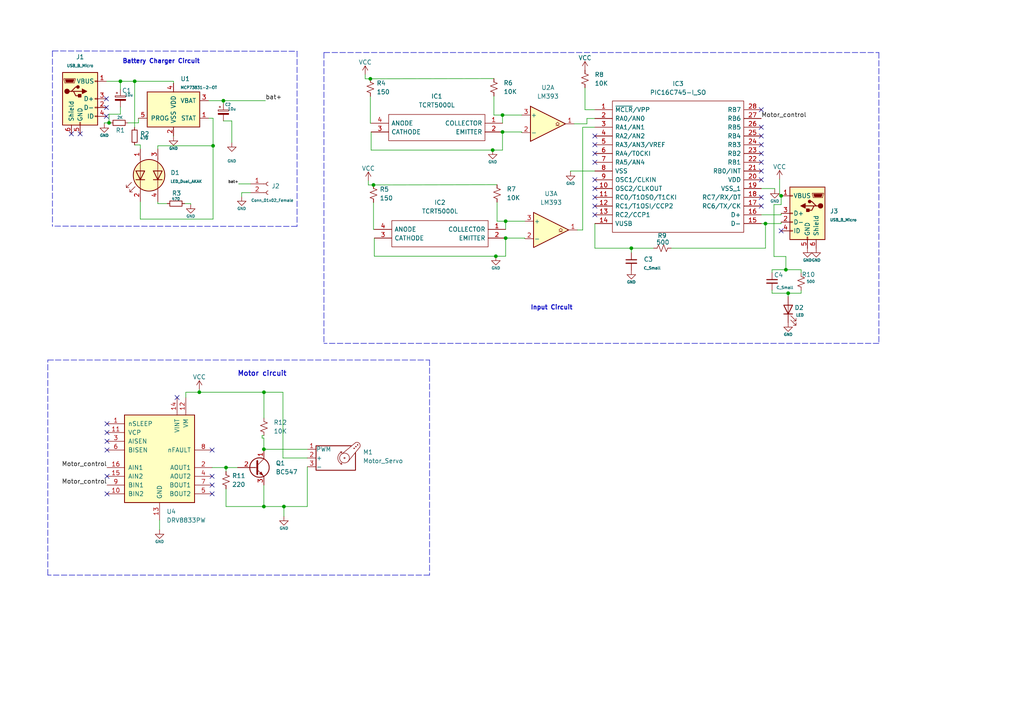
<source format=kicad_sch>
(kicad_sch (version 20211123) (generator eeschema)
  (paper "A4")
  (title_block (title "Smart Tap") (company "Beyond Grades") (comment 1 "Designed by: Elizabeth Musanga"))
  (lib_symbols
    (symbol "Battery_Management:MCP73831-2-OT" (pin_names (offset 1.016))
      (property "Reference" "U" (at -7.62 6.35 0))
      (property "Value" "MCP73831-2-OT" (at 1.27 6.35 0))
      (symbol "MCP73831-2-OT_0_1"
        (rectangle (start -7.62 5.08) (end 7.62 -5.08) (stroke (width 0.254)) (fill (type background)))
      )
      (symbol "MCP73831-2-OT_1_1"
        (pin output line (at 10.16 -2.54 180) (length 2.54) (name "STAT") (number "1"))
        (pin power_in line (at 0 -7.62 90) (length 2.54) (name "VSS") (number "2"))
        (pin power_out line (at 10.16 2.54 180) (length 2.54) (name "VBAT") (number "3"))
        (pin power_in line (at 0 7.62 270) (length 2.54) (name "VDD") (number "4"))
        (pin input line (at -10.16 -2.54 0) (length 2.54) (name "PROG") (number "5"))
      )
    )
    (symbol "Comparator:LM393" (pin_names (offset 0.127))
      (property "Reference" "U" (at 3.81 3.81 0))
      (property "Value" "LM393" (at 6.35 -3.81 0))
      (symbol "LM393_1_1"
        (polyline (pts (xy -5.08 5.08) (xy 5.08 0) (xy -5.08 -5.08) (xy -5.08 5.08)) (stroke (width 0.254)) (fill (type background)))
        (polyline (pts (xy 3.302 -0.508) (xy 2.794 -0.508) (xy 3.302 0) (xy 2.794 0.508) (xy 2.286 0) (xy 2.794 -0.508) (xy 2.286 -0.508)) (stroke (width 0.127)))
        (pin open_collector line (at 7.62 0 180) (length 2.54) (name "~") (number "1"))
        (pin input line (at -7.62 -2.54 0) (length 2.54) (name "-") (number "2"))
        (pin input line (at -7.62 2.54 0) (length 2.54) (name "+") (number "3"))
      )
      (symbol "LM393_2_1"
        (polyline (pts (xy -5.08 5.08) (xy 5.08 0) (xy -5.08 -5.08) (xy -5.08 5.08)) (stroke (width 0.254)) (fill (type background)))
        (polyline (pts (xy 3.302 -0.508) (xy 2.794 -0.508) (xy 3.302 0) (xy 2.794 0.508) (xy 2.286 0) (xy 2.794 -0.508) (xy 2.286 -0.508)) (stroke (width 0.127)))
        (pin input line (at -7.62 2.54 0) (length 2.54) (name "+") (number "5"))
        (pin input line (at -7.62 -2.54 0) (length 2.54) (name "_") (number "6"))
        (pin open_collector line (at 7.62 0 180) (length 2.54) (name "~") (number "7"))
      )
      (symbol "LM393_3_1"
        (pin power_in line (at -2.54 -7.62 90) (length 3.81) (name "V-") (number "4"))
        (pin power_in line (at -2.54 7.62 270) (length 3.81) (name "V+") (number "8"))
      )
    )
    (symbol "Connector:Conn_01x02_Female" (pin_names (offset 1.016) hide)
      (property "Reference" "J" (at 0 2.54 0))
      (property "Value" "Conn_01x02_Female" (at 0 -5.08 0))
      (symbol "Conn_01x02_Female_1_1"
        (arc (start 0 -2.032) (mid -0.508 -2.54) (end 0 -3.048) (stroke (width 0.1524)))
        (polyline (pts (xy -1.27 -2.54) (xy -0.508 -2.54)) (stroke (width 0.1524)))
        (polyline (pts (xy -1.27 0) (xy -0.508 0)) (stroke (width 0.1524)))
        (arc (start 0 0.508) (mid -0.508 0) (end 0 -0.508) (stroke (width 0.1524)))
        (pin passive line (at -5.08 0 0) (length 3.81) (name "Pin_1") (number "1"))
        (pin passive line (at -5.08 -2.54 0) (length 3.81) (name "Pin_2") (number "2"))
      )
    )
    (symbol "Connector:USB_B_Micro" (pin_names (offset 1.016))
      (property "Reference" "J" (at -5.08 11.43 0))
      (property "Value" "USB_B_Micro" (at -5.08 8.89 0))
      (symbol "USB_B_Micro_0_1"
        (rectangle (start -5.08 -7.62) (end 5.08 7.62) (stroke (width 0.254)) (fill (type background)))
        (circle (center -3.81 2.159) (radius 0.635) (stroke (width 0.254)) (fill (type outline)))
        (circle (center -0.635 3.429) (radius 0.381) (stroke (width 0.254)) (fill (type outline)))
        (rectangle (start -0.127 -7.62) (end 0.127 -6.858))
        (polyline (pts (xy -1.905 2.159) (xy 0.635 2.159)) (stroke (width 0.254)))
        (polyline (pts (xy -3.175 2.159) (xy -2.54 2.159) (xy -1.27 3.429) (xy -0.635 3.429)) (stroke (width 0.254)))
        (polyline (pts (xy -2.54 2.159) (xy -1.905 2.159) (xy -1.27 0.889) (xy 0 0.889)) (stroke (width 0.254)))
        (polyline (pts (xy 0.635 2.794) (xy 0.635 1.524) (xy 1.905 2.159) (xy 0.635 2.794)) (stroke (width 0.254)) (fill (type outline)))
        (polyline (pts (xy -4.318 5.588) (xy -1.778 5.588) (xy -2.032 4.826) (xy -4.064 4.826) (xy -4.318 5.588)) (fill (type outline)))
        (polyline (pts (xy -4.699 5.842) (xy -4.699 5.588) (xy -4.445 4.826) (xy -4.445 4.572) (xy -1.651 4.572) (xy -1.651 4.826) (xy -1.397 5.588) (xy -1.397 5.842) (xy -4.699 5.842)))
        (rectangle (start 0.254 1.27) (end -0.508 0.508) (stroke (width 0.254)) (fill (type outline)))
        (rectangle (start 5.08 -5.207) (end 4.318 -4.953))
        (rectangle (start 5.08 -2.667) (end 4.318 -2.413))
        (rectangle (start 5.08 -0.127) (end 4.318 0.127))
        (rectangle (start 5.08 4.953) (end 4.318 5.207))
      )
      (symbol "USB_B_Micro_1_1"
        (pin power_out line (at 7.62 5.08 180) (length 2.54) (name "VBUS") (number "1"))
        (pin bidirectional line (at 7.62 -2.54 180) (length 2.54) (name "D-") (number "2"))
        (pin bidirectional line (at 7.62 0 180) (length 2.54) (name "D+") (number "3"))
        (pin passive line (at 7.62 -5.08 180) (length 2.54) (name "ID") (number "4"))
        (pin power_out line (at 0 -10.16 90) (length 2.54) (name "GND") (number "5"))
        (pin passive line (at -2.54 -10.16 90) (length 2.54) (name "Shield") (number "6"))
      )
    )
    (symbol "Device:C_Polarized_Small" (pin_numbers hide) (pin_names (offset 0.254) hide)
      (property "Reference" "C" (at 0.254 1.778 0))
      (property "Value" "C_Polarized_Small" (at 0.254 -2.032 0))
      (symbol "C_Polarized_Small_0_1"
        (rectangle (start -1.524 -0.3048) (end 1.524 -0.6858) (fill (type outline)))
        (rectangle (start -1.524 0.6858) (end 1.524 0.3048))
        (polyline (pts (xy -1.27 1.524) (xy -0.762 1.524)))
        (polyline (pts (xy -1.016 1.27) (xy -1.016 1.778)))
      )
      (symbol "C_Polarized_Small_1_1"
        (pin passive line (at 0 2.54 270) (length 1.8542) (name "~") (number "1"))
        (pin passive line (at 0 -2.54 90) (length 1.8542) (name "~") (number "2"))
      )
    )
    (symbol "Device:C_Small" (pin_numbers hide) (pin_names (offset 0.254) hide)
      (property "Reference" "C" (at 0.254 1.778 0))
      (property "Value" "C_Small" (at 0.254 -2.032 0))
      (symbol "C_Small_0_1"
        (polyline (pts (xy -1.524 -0.508) (xy 1.524 -0.508)) (stroke (width 0.3302)))
        (polyline (pts (xy -1.524 0.508) (xy 1.524 0.508)) (stroke (width 0.3048)))
      )
      (symbol "C_Small_1_1"
        (pin passive line (at 0 2.54 270) (length 2.032) (name "~") (number "1"))
        (pin passive line (at 0 -2.54 90) (length 2.032) (name "~") (number "2"))
      )
    )
    (symbol "Device:LED" (pin_numbers hide) (pin_names (offset 1.016) hide)
      (property "Reference" "D" (at 0 2.54 0))
      (property "Value" "LED" (at 0 -2.54 0))
      (symbol "LED_0_1"
        (polyline (pts (xy -1.27 -1.27) (xy -1.27 1.27)) (stroke (width 0.254)))
        (polyline (pts (xy -1.27 0) (xy 1.27 0)))
        (polyline (pts (xy 1.27 -1.27) (xy 1.27 1.27) (xy -1.27 0) (xy 1.27 -1.27)) (stroke (width 0.254)))
        (polyline (pts (xy -3.048 -0.762) (xy -4.572 -2.286) (xy -3.81 -2.286) (xy -4.572 -2.286) (xy -4.572 -1.524)))
        (polyline (pts (xy -1.778 -0.762) (xy -3.302 -2.286) (xy -2.54 -2.286) (xy -3.302 -2.286) (xy -3.302 -1.524)))
      )
      (symbol "LED_1_1"
        (pin passive line (at -3.81 0 0) (length 2.54) (name "K") (number "1"))
        (pin passive line (at 3.81 0 180) (length 2.54) (name "A") (number "2"))
      )
    )
    (symbol "Device:LED_Dual_AKAK" (pin_names (offset 0) hide)
      (property "Reference" "D" (at 0 5.715 0))
      (property "Value" "LED_Dual_AKAK" (at 0 -6.35 0))
      (symbol "LED_Dual_AKAK_0_1"
        (polyline (pts (xy -5.08 -2.54) (xy 2.032 -2.54)))
        (polyline (pts (xy -5.08 2.54) (xy 2.032 2.54)))
        (polyline (pts (xy 1.27 -1.27) (xy 1.27 -3.81)) (stroke (width 0.254)))
        (polyline (pts (xy 1.27 3.81) (xy 1.27 1.27)) (stroke (width 0.254)))
        (polyline (pts (xy 3.81 -2.54) (xy 1.905 -2.54)))
        (polyline (pts (xy 3.81 2.54) (xy 1.905 2.54)))
        (polyline (pts (xy -1.27 -1.27) (xy -1.27 -3.81) (xy 1.27 -2.54) (xy -1.27 -1.27)) (stroke (width 0.254)))
        (polyline (pts (xy -1.27 3.81) (xy -1.27 1.27) (xy 1.27 2.54) (xy -1.27 3.81)) (stroke (width 0.254)))
        (polyline (pts (xy 2.032 5.08) (xy 3.556 6.604) (xy 2.794 6.604) (xy 3.556 6.604) (xy 3.556 5.842)))
        (polyline (pts (xy 3.302 4.064) (xy 4.826 5.588) (xy 4.064 5.588) (xy 4.826 5.588) (xy 4.826 4.826)))
        (circle (center 0 0) (radius 4.572) (stroke (width 0.254)) (fill (type background)))
      )
      (symbol "LED_Dual_AKAK_1_1"
        (pin input line (at -7.62 2.54 0) (length 3.048) (name "A1") (number "1"))
        (pin input line (at 7.62 2.54 180) (length 3.81) (name "K1") (number "2"))
        (pin input line (at -7.62 -2.54 0) (length 3.048) (name "A2") (number "3"))
        (pin input line (at 7.62 -2.54 180) (length 3.81) (name "K2") (number "4"))
      )
    )
    (symbol "Device:R_Small" (pin_numbers hide) (pin_names (offset 0.254) hide)
      (property "Reference" "R" (at 0.762 0.508 0))
      (property "Value" "R_Small" (at 0.762 -1.016 0))
      (symbol "R_Small_0_1"
        (rectangle (start -0.762 1.778) (end 0.762 -1.778) (stroke (width 0.2032)))
      )
      (symbol "R_Small_1_1"
        (pin passive line (at 0 2.54 270) (length 0.762) (name "~") (number "1"))
        (pin passive line (at 0 -2.54 90) (length 0.762) (name "~") (number "2"))
      )
    )
    (symbol "Device:R_Small_US" (pin_numbers hide) (pin_names (offset 0.254) hide)
      (property "Reference" "R" (at 0.762 0.508 0))
      (property "Value" "R_Small_US" (at 0.762 -1.016 0))
      (symbol "R_Small_US_1_1"
        (polyline (pts (xy 0 0) (xy 1.016 -0.381) (xy 0 -0.762) (xy -1.016 -1.143) (xy 0 -1.524)))
        (polyline (pts (xy 0 1.524) (xy 1.016 1.143) (xy 0 0.762) (xy -1.016 0.381) (xy 0 0)))
        (pin passive line (at 0 2.54 270) (length 1.016) (name "~") (number "1"))
        (pin passive line (at 0 -2.54 90) (length 1.016) (name "~") (number "2"))
      )
    )
    (symbol "Driver_Motor:DRV8833PW" (pin_names (offset 1.016))
      (property "Reference" "U" (at -3.81 16.51 0))
      (property "Value" "DRV8833PW" (at -3.81 13.97 0))
      (symbol "DRV8833PW_0_1"
        (rectangle (start -10.16 12.7) (end 10.16 -12.7) (stroke (width 0.254)) (fill (type background)))
      )
      (symbol "DRV8833PW_1_1"
        (pin input line (at -15.24 10.16 0) (length 5.08) (name "nSLEEP") (number "1"))
        (pin input line (at -15.24 -10.16 0) (length 5.08) (name "BIN2") (number "10"))
        (pin bidirectional line (at -15.24 7.62 0) (length 5.08) (name "VCP") (number "11"))
        (pin power_in line (at 7.62 17.78 270) (length 5.08) (name "VM") (number "12"))
        (pin power_in line (at 0 -17.78 90) (length 5.08) (name "GND") (number "13"))
        (pin power_in line (at 5.08 17.78 270) (length 5.08) (name "VINT") (number "14"))
        (pin input line (at -15.24 -5.08 0) (length 5.08) (name "AIN2") (number "15"))
        (pin input line (at -15.24 -2.54 0) (length 5.08) (name "AIN1") (number "16"))
        (pin power_out line (at 15.24 -2.54 180) (length 5.08) (name "AOUT1") (number "2"))
        (pin bidirectional line (at -15.24 5.08 0) (length 5.08) (name "AISEN") (number "3"))
        (pin power_out line (at 15.24 -5.08 180) (length 5.08) (name "AOUT2") (number "4"))
        (pin power_out line (at 15.24 -10.16 180) (length 5.08) (name "BOUT2") (number "5"))
        (pin bidirectional line (at -15.24 2.54 0) (length 5.08) (name "BISEN") (number "6"))
        (pin power_out line (at 15.24 -7.62 180) (length 5.08) (name "BOUT1") (number "7"))
        (pin open_collector line (at 15.24 2.54 180) (length 5.08) (name "nFAULT") (number "8"))
        (pin input line (at -15.24 -7.62 0) (length 5.08) (name "BIN1") (number "9"))
      )
    )
    (symbol "MCU_PIC16C745:PIC16C745-I_SO" (pin_names (offset 0.762))
      (property "Reference" "IC" (at 44.45 7.62 0))
      (property "Value" "PIC16C745-I_SO" (at 44.45 5.08 0))
      (symbol "PIC16C745-I_SO_0_0"
        (pin passive line (at 0 0 0) (length 5.08) (name "~{MCLR}/VPP") (number "1"))
        (pin output line (at 0 -22.86 0) (length 5.08) (name "OSC2/CLKOUT") (number "10"))
        (pin passive line (at 0 -25.4 0) (length 5.08) (name "RC0/T1OSO/T1CKI") (number "11"))
        (pin passive line (at 0 -27.94 0) (length 5.08) (name "RC1/T1OSI/CCP2") (number "12"))
        (pin passive line (at 0 -30.48 0) (length 5.08) (name "RC2/CCP1") (number "13"))
        (pin passive line (at 0 -33.02 0) (length 5.08) (name "VUSB") (number "14"))
        (pin passive line (at 48.26 -33.02 180) (length 5.08) (name "D-") (number "15"))
        (pin passive line (at 48.26 -30.48 180) (length 5.08) (name "D+") (number "16"))
        (pin passive line (at 48.26 -27.94 180) (length 5.08) (name "RC6/TX/CK") (number "17"))
        (pin passive line (at 48.26 -25.4 180) (length 5.08) (name "RC7/RX/DT") (number "18"))
        (pin power_in line (at 48.26 -22.86 180) (length 5.08) (name "VSS_1") (number "19"))
        (pin passive line (at 0 -2.54 0) (length 5.08) (name "RA0/AN0") (number "2"))
        (pin power_in line (at 48.26 -20.32 180) (length 5.08) (name "VDD") (number "20"))
        (pin input line (at 48.26 -17.78 180) (length 5.08) (name "RB0/INT") (number "21"))
        (pin passive line (at 48.26 -15.24 180) (length 5.08) (name "RB1") (number "22"))
        (pin passive line (at 48.26 -12.7 180) (length 5.08) (name "RB2") (number "23"))
        (pin passive line (at 48.26 -10.16 180) (length 5.08) (name "RB3") (number "24"))
        (pin passive line (at 48.26 -7.62 180) (length 5.08) (name "RB4") (number "25"))
        (pin passive line (at 48.26 -5.08 180) (length 5.08) (name "RB5") (number "26"))
        (pin passive line (at 48.26 -2.54 180) (length 5.08) (name "RB6") (number "27"))
        (pin passive line (at 48.26 0 180) (length 5.08) (name "RB7") (number "28"))
        (pin passive line (at 0 -5.08 0) (length 5.08) (name "RA1/AN1") (number "3"))
        (pin passive line (at 0 -7.62 0) (length 5.08) (name "RA2/AN2") (number "4"))
        (pin input line (at 0 -10.16 0) (length 5.08) (name "RA3/AN3/VREF") (number "5"))
        (pin passive line (at 0 -12.7 0) (length 5.08) (name "RA4/T0CKI") (number "6"))
        (pin passive line (at 0 -15.24 0) (length 5.08) (name "RA5/AN4") (number "7"))
        (pin power_in line (at 0 -17.78 0) (length 5.08) (name "VSS") (number "8"))
        (pin input line (at 0 -20.32 0) (length 5.08) (name "OSC1/CLKIN") (number "9"))
      )
      (symbol "PIC16C745-I_SO_0_1"
        (polyline (pts (xy 5.08 2.54) (xy 43.18 2.54) (xy 43.18 -35.56) (xy 5.08 -35.56) (xy 5.08 2.54)) (stroke (width 0.1524)))
      )
    )
    (symbol "Motor:Motor_Servo" (pin_names (offset 0.0254))
      (property "Reference" "M" (at -5.08 4.445 0))
      (property "Value" "Motor_Servo" (at -5.08 -4.064 0))
      (symbol "Motor_Servo_0_1"
        (polyline (pts (xy 2.413 -1.778) (xy 2.032 -1.778)))
        (polyline (pts (xy 2.413 -1.778) (xy 2.286 -1.397)))
        (polyline (pts (xy 2.413 1.778) (xy 1.905 1.778)))
        (polyline (pts (xy 2.413 1.778) (xy 2.286 1.397)))
        (polyline (pts (xy 6.35 4.445) (xy 2.54 1.27)))
        (polyline (pts (xy 7.62 3.175) (xy 4.191 -1.016)))
        (polyline (pts (xy 5.08 3.556) (xy -5.08 3.556) (xy -5.08 -3.556) (xy 6.35 -3.556) (xy 6.35 1.524)) (stroke (width 0.254)))
        (arc (start 2.413 1.778) (mid 1.2406 0) (end 2.413 -1.778))
        (circle (center 3.175 0) (radius 0.1778))
        (circle (center 3.175 0) (radius 1.4224))
        (circle (center 5.969 2.794) (radius 0.127))
        (circle (center 6.477 3.302) (radius 0.127))
        (circle (center 6.985 3.81) (radius 0.127))
        (arc (start 7.62 3.175) (mid 7.4485 4.2735) (end 6.35 4.445))
      )
      (symbol "Motor_Servo_1_1"
        (pin passive line (at -7.62 2.54 0) (length 2.54) (name "PWM") (number "1"))
        (pin passive line (at -7.62 0 0) (length 2.54) (name "+") (number "2"))
        (pin passive line (at -7.62 -2.54 0) (length 2.54) (name "-") (number "3"))
      )
    )
    (symbol "TCRT5000L:TCRT5000L" (pin_names (offset 0.762))
      (property "Reference" "IC" (at 34.29 7.62 0))
      (property "Value" "TCRT5000L" (at 34.29 5.08 0))
      (symbol "TCRT5000L_0_0"
        (pin passive line (at 0 0 0) (length 5.08) (name "COLLECTOR") (number "1"))
        (pin passive line (at 0 -2.54 0) (length 5.08) (name "EMITTER") (number "2"))
        (pin passive line (at 38.1 -2.54 180) (length 5.08) (name "CATHODE") (number "3"))
        (pin passive line (at 38.1 0 180) (length 5.08) (name "ANODE") (number "4"))
      )
      (symbol "TCRT5000L_0_1"
        (polyline (pts (xy 5.08 2.54) (xy 33.02 2.54) (xy 33.02 -5.08) (xy 5.08 -5.08) (xy 5.08 2.54)) (stroke (width 0.1524)))
      )
    )
    (symbol "Transistor_BJT:BC547" (pin_names (offset 0) hide)
      (property "Reference" "Q" (at 5.08 1.905 0))
      (property "Value" "BC547" (at 5.08 0 0))
      (symbol "BC547_0_1"
        (polyline (pts (xy 0 0) (xy 0.635 0)))
        (polyline (pts (xy 0.635 0.635) (xy 2.54 2.54)))
        (polyline (pts (xy 0.635 -0.635) (xy 2.54 -2.54) (xy 2.54 -2.54)))
        (polyline (pts (xy 0.635 1.905) (xy 0.635 -1.905) (xy 0.635 -1.905)) (stroke (width 0.508)))
        (polyline (pts (xy 1.27 -1.778) (xy 1.778 -1.27) (xy 2.286 -2.286) (xy 1.27 -1.778) (xy 1.27 -1.778)) (fill (type outline)))
        (circle (center 1.27 0) (radius 2.8194) (stroke (width 0.254)))
      )
      (symbol "BC547_1_1"
        (pin passive line (at 2.54 5.08 270) (length 2.54) (name "C") (number "1"))
        (pin input line (at -5.08 0 0) (length 5.08) (name "B") (number "2"))
        (pin passive line (at 2.54 -5.08 90) (length 2.54) (name "E") (number "3"))
      )
    )
    (symbol "power:GND" (power) (pin_names (offset 0))
      (property "Value" "GND" (at 0 -3.81 0))
      (symbol "GND_0_1"
        (polyline (pts (xy 0 0) (xy 0 -1.27) (xy 1.27 -1.27) (xy 0 -2.54) (xy -1.27 -1.27) (xy 0 -1.27)))
      )
      (symbol "GND_1_1"
        (pin power_in line (at 0 0 270) (length 0) hide (name "GND") (number "1"))
      )
    )
    (symbol "power:VCC" (power) (pin_names (offset 0))
      (property "Value" "VCC" (at 0 3.81 0))
      (symbol "VCC_0_1"
        (polyline (pts (xy -0.762 1.27) (xy 0 2.54)))
        (polyline (pts (xy 0 0) (xy 0 2.54)))
        (polyline (pts (xy 0 2.54) (xy 0.762 1.27)))
      )
      (symbol "VCC_1_1"
        (pin power_in line (at 0 0 90) (length 0) hide (name "VCC") (number "1"))
      )
    )
  )
  (junction (at 82.3468 146.9136))
  (junction (at 226.568 56.7944))
  (junction (at 31.623 35.6362))
  (junction (at 39.0652 23.5712))
  (junction (at 146.6596 64.1604))
  (junction (at 222.0214 64.8462))
  (junction (at 143.8148 74.3204))
  (junction (at 64.7954 29.21))
  (junction (at 76.5556 113.7666))
  (junction (at 146.6596 69.0626))
  (junction (at 65.5574 135.6106))
  (junction (at 34.925 23.5712))
  (junction (at 142.9004 43.5356))
  (junction (at 183.1086 71.9836))
  (junction (at 227.9396 78.232))
  (junction (at 228.6 85.0392))
  (junction (at 57.8104 113.7666))
  (junction (at 145.7452 33.3756))
  (junction (at 76.5302 146.9136))
  (junction (at 76.5302 130.302))
  (junction (at 61.7982 42.291))
  (junction (at 108.331 53.6448))
  (junction (at 145.7452 38.2778))
  (junction (at 107.4166 22.86))
  (no_connect (at 172.5422 52.1462))
  (no_connect (at 172.5422 57.2262))
  (no_connect (at 172.5422 54.6862))
  (no_connect (at 172.5422 62.3062))
  (no_connect (at 220.8022 41.9862))
  (no_connect (at 220.8022 39.4462))
  (no_connect (at 220.8022 36.9062))
  (no_connect (at 172.5422 47.0662))
  (no_connect (at 172.5422 44.5262))
  (no_connect (at 172.5422 41.9862))
  (no_connect (at 172.5422 39.4462))
  (no_connect (at 220.8022 57.2262))
  (no_connect (at 220.8022 59.7662))
  (no_connect (at 220.8022 52.1462))
  (no_connect (at 220.8022 49.6062))
  (no_connect (at 220.8022 47.0662))
  (no_connect (at 220.8022 44.5262))
  (no_connect (at 220.8022 31.8262))
  (no_connect (at 226.568 66.9544))
  (no_connect (at 31.0388 138.1506))
  (no_connect (at 31.0388 143.2306))
  (no_connect (at 61.5188 143.2306))
  (no_connect (at 61.5188 140.6906))
  (no_connect (at 31.0388 122.9106))
  (no_connect (at 31.0388 127.9906))
  (no_connect (at 31.0388 125.4506))
  (no_connect (at 31.0388 130.5306))
  (no_connect (at 23.241 38.8112))
  (no_connect (at 51.3588 115.2906))
  (no_connect (at 61.5188 130.5306))
  (no_connect (at 61.5188 138.1506))
  (no_connect (at 172.5422 59.7662))
  (no_connect (at 30.861 28.6512))
  (no_connect (at 30.861 31.1912))
  (no_connect (at 30.861 33.7312))
  (no_connect (at 20.701 38.8112))
  (wire (pts (xy 194.6656 71.9836) (xy 222.0214 71.9836)))
  (wire (pts (xy 82.0674 113.7666) (xy 76.5556 113.7666)))
  (wire (pts (xy 60.4774 29.21) (xy 64.7954 29.21)))
  (wire (pts (xy 89.1286 146.9136) (xy 89.1286 135.382)))
  (polyline (pts (xy 13.8684 166.8018) (xy 13.8684 104.4194)))
  (wire (pts (xy 146.6596 69.0626) (xy 146.6596 74.3204)))
  (wire (pts (xy 232.3592 84.2772) (xy 232.3592 85.0392)))
  (wire (pts (xy 76.5302 130.302) (xy 89.1286 130.302)))
  (wire (pts (xy 61.7982 34.29) (xy 61.7982 42.291)))
  (wire (pts (xy 224.7138 54.6862) (xy 224.7138 54.9148)))
  (wire (pts (xy 37.084 35.6362) (xy 40.1574 35.6362)))
  (wire (pts (xy 46.2788 150.8506) (xy 46.2788 153.67)))
  (wire (pts (xy 108.5596 74.3204) (xy 143.8148 74.3204)))
  (wire (pts (xy 165.481 49.784) (xy 165.481 49.6062)))
  (wire (pts (xy 183.1086 71.9836) (xy 183.1086 73.3044)))
  (wire (pts (xy 65.5574 141.8082) (xy 65.5574 146.9136)))
  (wire (pts (xy 220.8022 64.8462) (xy 222.0214 64.8462)))
  (wire (pts (xy 31.623 35.6362) (xy 30.2514 35.6362)))
  (wire (pts (xy 172.5422 64.8462) (xy 172.5422 71.9836)))
  (polyline (pts (xy 93.98 15.24) (xy 254.9144 15.24)))
  (wire (pts (xy 145.7452 43.5356) (xy 142.9004 43.5356)))
  (wire (pts (xy 39.0398 42.037) (xy 40.6908 42.037)))
  (wire (pts (xy 226.568 59.3344) (xy 224.4852 59.3344)))
  (wire (pts (xy 223.9264 84.1502) (xy 223.9264 85.0392)))
  (wire (pts (xy 34.925 23.5712) (xy 34.925 25.9334)))
  (wire (pts (xy 224.4852 74.3966) (xy 227.9396 74.3966)))
  (wire (pts (xy 222.0214 71.9836) (xy 222.0214 64.8462)))
  (wire (pts (xy 53.8988 113.7666) (xy 57.8104 113.7666)))
  (wire (pts (xy 232.3592 85.0392) (xy 228.6 85.0392)))
  (wire (pts (xy 223.9264 79.0702) (xy 223.9264 78.232)))
  (wire (pts (xy 226.1108 56.7944) (xy 226.568 56.7944)))
  (wire (pts (xy 76.0222 126.3396) (xy 76.5556 126.3396)))
  (wire (pts (xy 108.331 58.7248) (xy 108.331 66.5226)))
  (wire (pts (xy 108.331 66.5226) (xy 108.5596 66.5226)))
  (wire (pts (xy 40.6908 63.5508) (xy 40.6908 58.4708)))
  (wire (pts (xy 166.5478 35.9156) (xy 170.2308 35.9156)))
  (wire (pts (xy 30.2514 35.6362) (xy 30.2514 35.8648)))
  (wire (pts (xy 226.568 56.7944) (xy 226.568 59.3344)))
  (wire (pts (xy 183.1086 71.9836) (xy 189.5856 71.9836)))
  (wire (pts (xy 143.256 27.8638) (xy 143.256 33.3756)))
  (wire (pts (xy 223.9264 85.0392) (xy 228.6 85.0392)))
  (wire (pts (xy 82.0674 132.842) (xy 82.0674 113.7666)))
  (polyline (pts (xy 254.9144 99.5934) (xy 93.9546 99.5934)))
  (wire (pts (xy 107.6452 43.5356) (xy 142.9004 43.5356)))
  (wire (pts (xy 57.8104 113.7666) (xy 76.5556 113.7666)))
  (wire (pts (xy 223.9264 78.232) (xy 227.9396 78.232)))
  (wire (pts (xy 152.2222 69.0626) (xy 146.6596 69.0626)))
  (wire (pts (xy 53.8988 113.7666) (xy 53.8988 115.2906)))
  (wire (pts (xy 170.2308 34.3662) (xy 172.5422 34.3662)))
  (wire (pts (xy 145.7452 33.3756) (xy 151.3078 33.3756)))
  (wire (pts (xy 228.6 85.0392) (xy 228.6 85.979)))
  (wire (pts (xy 169.0116 36.9062) (xy 172.5422 36.9062)))
  (wire (pts (xy 144.1704 58.6486) (xy 144.1704 64.1604)))
  (wire (pts (xy 106.8324 53.6448) (xy 108.331 53.6448)))
  (wire (pts (xy 151.3078 38.2778) (xy 145.7452 38.2778)))
  (polyline (pts (xy 124.587 104.4194) (xy 124.587 166.8018)))
  (wire (pts (xy 107.4166 22.86) (xy 143.256 22.7838)))
  (wire (pts (xy 32.004 35.6362) (xy 31.623 35.6362)))
  (wire (pts (xy 34.925 33.1216) (xy 31.623 33.1216)))
  (wire (pts (xy 82.3468 146.9136) (xy 89.1286 146.9136)))
  (wire (pts (xy 143.256 33.3756) (xy 145.7452 33.3756)))
  (wire (pts (xy 146.6596 74.3204) (xy 143.8148 74.3204)))
  (wire (pts (xy 152.2222 69.2404) (xy 152.2222 69.0626)))
  (polyline (pts (xy 16.0274 104.4194) (xy 124.587 104.4194)))
  (wire (pts (xy 144.1704 64.1604) (xy 146.6596 64.1604)))
  (wire (pts (xy 169.672 31.8262) (xy 172.5422 31.8262)))
  (wire (pts (xy 89.1286 132.842) (xy 82.0674 132.842)))
  (wire (pts (xy 105.918 21.6408) (xy 105.918 22.86)))
  (polyline (pts (xy 124.587 166.8018) (xy 13.8684 166.8018)))
  (wire (pts (xy 40.6908 42.037) (xy 40.6908 43.2308)))
  (polyline (pts (xy 93.9546 15.24) (xy 93.9546 99.5934)))
  (wire (pts (xy 169.672 25.4508) (xy 169.672 31.8262)))
  (wire (pts (xy 55.3212 59.055) (xy 55.3212 59.2836)))
  (polyline (pts (xy 15.2146 14.7828) (xy 86.1568 14.859)))
  (wire (pts (xy 222.0214 64.8462) (xy 226.568 64.8462)))
  (wire (pts (xy 39.0652 23.5712) (xy 50.3174 23.5712)))
  (wire (pts (xy 82.3468 146.9136) (xy 82.3468 149.7838)))
  (wire (pts (xy 226.568 62.3062) (xy 226.568 61.8744)))
  (wire (pts (xy 76.5302 130.302) (xy 76.5302 127.0508)))
  (wire (pts (xy 39.0652 23.5712) (xy 39.0398 36.957)))
  (wire (pts (xy 50.3174 23.5712) (xy 50.3174 24.13)))
  (wire (pts (xy 76.5302 140.6906) (xy 76.5302 146.9136)))
  (wire (pts (xy 76.5302 146.9136) (xy 82.3468 146.9136)))
  (wire (pts (xy 30.861 23.5712) (xy 34.925 23.5712)))
  (wire (pts (xy 108.5596 69.0626) (xy 108.5596 74.3204)))
  (wire (pts (xy 226.568 64.8462) (xy 226.568 64.4144)))
  (wire (pts (xy 145.7452 33.3756) (xy 145.7452 35.7378)))
  (wire (pts (xy 45.7708 42.291) (xy 61.7982 42.291)))
  (wire (pts (xy 70.104 57.0738) (xy 70.104 55.88)))
  (polyline (pts (xy 86.1568 14.859) (xy 86.1568 65.659)))
  (wire (pts (xy 60.4774 34.29) (xy 61.7982 34.29)))
  (wire (pts (xy 34.925 23.5712) (xy 39.0652 23.5712)))
  (wire (pts (xy 107.4166 27.94) (xy 107.4166 35.7378)))
  (wire (pts (xy 146.6596 64.1604) (xy 146.6596 66.5226)))
  (wire (pts (xy 146.6596 64.1604) (xy 152.2222 64.1604)))
  (polyline (pts (xy 15.2146 14.7828) (xy 15.2146 65.5828)))
  (wire (pts (xy 65.5574 146.9136) (xy 76.5302 146.9136)))
  (wire (pts (xy 169.0116 66.7004) (xy 169.0116 36.9062)))
  (wire (pts (xy 105.918 22.86) (xy 107.4166 22.86)))
  (wire (pts (xy 69.215 53.34) (xy 72.6694 53.34)))
  (wire (pts (xy 45.7708 43.2308) (xy 45.7708 42.291)))
  (wire (pts (xy 107.6452 38.2778) (xy 107.6452 43.5356)))
  (wire (pts (xy 61.5188 135.6106) (xy 65.5574 135.6106)))
  (wire (pts (xy 145.7452 38.2778) (xy 145.7452 43.5356)))
  (wire (pts (xy 65.5574 135.6106) (xy 65.5574 136.7282)))
  (wire (pts (xy 53.5686 59.055) (xy 55.3212 59.055)))
  (wire (pts (xy 40.1574 35.6362) (xy 40.1574 34.29)))
  (wire (pts (xy 57.8104 112.9284) (xy 57.8104 113.7666)))
  (wire (pts (xy 170.2308 35.9156) (xy 170.2308 34.3662)))
  (wire (pts (xy 61.7982 42.291) (xy 61.7982 63.5508)))
  (wire (pts (xy 64.7954 29.21) (xy 64.7954 29.9974)))
  (wire (pts (xy 220.8022 62.3062) (xy 226.568 62.3062)))
  (wire (pts (xy 70.104 55.88) (xy 72.6694 55.88)))
  (wire (pts (xy 64.7954 29.21) (xy 76.9874 29.21)))
  (wire (pts (xy 107.4166 35.7378) (xy 107.6452 35.7378)))
  (wire (pts (xy 227.9396 74.3966) (xy 227.9396 78.232)))
  (wire (pts (xy 64.7954 35.0774) (xy 67.2338 35.0774)))
  (wire (pts (xy 45.7708 59.055) (xy 48.4886 59.055)))
  (wire (pts (xy 76.0222 127.0508) (xy 76.0222 126.3396)))
  (wire (pts (xy 220.8022 54.6862) (xy 224.7138 54.6862)))
  (polyline (pts (xy 13.8684 104.4194) (xy 16.0528 104.4194)))
  (polyline (pts (xy 254.9144 15.24) (xy 254.9144 99.5934)))
  (wire (pts (xy 45.7708 58.4708) (xy 45.7708 59.055)))
  (wire (pts (xy 224.4852 59.3344) (xy 224.4852 74.3966)))
  (wire (pts (xy 226.1108 51.9684) (xy 226.1108 56.7944)))
  (wire (pts (xy 106.8324 52.4256) (xy 106.8324 53.6448)))
  (wire (pts (xy 227.9396 78.232) (xy 232.3592 78.232)))
  (wire (pts (xy 65.5574 135.6106) (xy 68.9102 135.6106)))
  (wire (pts (xy 108.331 53.6448) (xy 144.1704 53.5686)))
  (wire (pts (xy 76.5556 113.7666) (xy 76.5556 121.2596)))
  (wire (pts (xy 76.5302 127.0508) (xy 76.0222 127.0508)))
  (wire (pts (xy 50.3174 39.37) (xy 50.3174 39.5986)))
  (wire (pts (xy 61.7982 63.5508) (xy 40.6908 63.5508)))
  (wire (pts (xy 167.4622 66.7004) (xy 169.0116 66.7004)))
  (wire (pts (xy 165.481 49.6062) (xy 172.5422 49.6062)))
  (wire (pts (xy 76.5302 130.5306) (xy 76.5302 130.302)))
  (polyline (pts (xy 86.1568 65.659) (xy 15.2146 65.5828)))
  (wire (pts (xy 151.3078 38.4556) (xy 151.3078 38.2778)))
  (wire (pts (xy 34.925 31.0134) (xy 34.925 33.1216)))
  (wire (pts (xy 232.3592 78.232) (xy 232.3592 79.1972)))
  (wire (pts (xy 31.623 33.1216) (xy 31.623 35.6362)))
  (wire (pts (xy 67.2338 35.0774) (xy 67.2338 41.3766)))
  (wire (pts (xy 172.5422 71.9836) (xy 183.1086 71.9836)))
  (text " Battery Charger Circuit" (at 34.4932 18.6182 0) (effects (font (size 1.27 1.27) (thickness 0.254) bold) (justify left bottom)))
  (text "Motor circuit" (at 68.8594 109.3216 0) (effects (font (size 1.45 1.45) (thickness 0.254) bold) (justify left bottom)))
  (text "Input Circuit" (at 153.8478 90.0684 0) (effects (font (size 1.27 1.27) (thickness 0.254) bold) (justify left bottom)))
  (label "Motor_control" (at 31.0388 135.6106 180))
  (label "Motor_control" (at 220.8022 34.3662 0))
  (label "bat+" (at 69.215 53.34 180) (effects (font (size 0.8 0.8))))
  (label "bat+" (at 76.9874 29.21 0))
  (label "Motor_control" (at 31.0388 140.6906 180))
  (symbol (lib_id "Device:R_Small_US") (at 169.672 22.9108 0) (unit 1)
    (property "Reference" "R8" (at 172.466 21.6407 0) (effects (justify left)))
    (property "Value" "10K" (at 172.466 24.1807 0) (effects (justify left)))
  )
  (symbol (lib_id "Device:C_Polarized_Small") (at 64.7954 32.5374 0) (unit 1)
    (property "Reference" "C2" (at 65.2526 30.3276 0) (effects (font (size 0.8 0.8)) (justify left)))
    (property "Value" "10u" (at 66.0654 31.5976 0) (effects (font (size 0.8 0.8)) (justify left)))
  )
  (symbol (lib_id "power:GND") (at 143.8148 74.3204 0) (unit 1)
    (property "Reference" "#PWR011" (effects hide))
    (property "Value" "GND" (at 143.8148 77.7494 0) (effects (font (size 0.8 0.8))))
  )
  (symbol (lib_id "Device:R_Small") (at 34.544 35.6362 270) (mirror x) (unit 1)
    (property "Reference" "R1" (at 33.5534 37.7952 90) (effects (justify left)))
    (property "Value" "2K" (at 33.9598 34.0868 90) (effects (font (size 0.8 0.8)) (justify left)))
  )
  (symbol (lib_id "Driver_Motor:DRV8833PW") (at 46.2788 133.0706 0) (unit 1)
    (property "Reference" "U4" (at 48.2982 148.3614 0) (effects (justify left)))
    (property "Value" "DRV8833PW" (at 48.2982 150.9014 0) (effects (justify left)))
    (property "Footprint" "Package_SO:TSSOP-16_4.4x5mm_P0.65mm" (effects hide))
    (property "Datasheet" "http://www.ti.com/lit/ds/symlink/drv8833.pdf" (effects hide))
  )
  (symbol (lib_id "power:GND") (at 165.481 49.784 0) (unit 1)
    (property "Reference" "#PWR012" (effects hide))
    (property "Value" "GND" (at 165.481 53.213 0) (effects (font (size 0.8 0.8))))
  )
  (symbol (lib_id "Transistor_BJT:BC547") (at 73.9902 135.6106 0) (unit 1)
    (property "Reference" "Q1" (at 79.9592 134.3405 0) (effects (justify left)))
    (property "Value" "BC547" (at 79.9592 136.8805 0) (effects (justify left)))
    (property "Footprint" "Package_TO_SOT_THT:TO-92_Inline" (effects hide))
    (property "Datasheet" "https://www.onsemi.com/pub/Collateral/BC550-D.pdf" (effects hide))
  )
  (symbol (lib_id "power:GND") (at 55.3212 59.2836 0) (unit 1)
    (property "Reference" "#PWR04" (effects hide))
    (property "Value" "GND" (at 55.3212 62.7126 0) (effects (font (size 0.8 0.8))))
  )
  (symbol (lib_id "power:GND") (at 234.188 72.0344 0) (mirror y) (unit 1)
    (property "Reference" "#PWR0103" (effects hide))
    (property "Value" "GND" (at 234.188 75.4634 0) (effects (font (size 0.8 0.8))))
  )
  (symbol (lib_id "Device:R_Small_US") (at 65.5574 139.2682 0) (unit 1)
    (property "Reference" "R11" (at 67.31 137.9981 0) (effects (justify left)))
    (property "Value" "220" (at 67.31 140.5381 0) (effects (justify left)))
  )
  (symbol (lib_id "power:GND") (at 50.3174 39.5986 0) (unit 1)
    (property "Reference" "#PWR03" (effects hide))
    (property "Value" "GND" (at 50.3174 43.0276 0) (effects (font (size 0.8 0.8))))
  )
  (symbol (lib_id "power:VCC") (at 106.8324 52.4256 0) (unit 1)
    (property "Reference" "#PWR09" (effects hide))
    (property "Value" "VCC" (at 106.8324 48.8442 0))
  )
  (symbol (lib_id "Device:R_Small_US") (at 108.331 56.1848 0) (unit 1)
    (property "Reference" "R5" (at 110.1344 54.9147 0) (effects (justify left)))
    (property "Value" "150" (at 110.1344 57.4547 0) (effects (justify left)))
  )
  (symbol (lib_id "power:GND") (at 67.2338 41.3766 0) (unit 1)
    (property "Reference" "#PWR05" (effects hide))
    (property "Value" "GND" (at 67.2338 46.7106 0) (effects (font (size 0.8 0.8))))
  )
  (symbol (lib_id "Device:C_Polarized_Small") (at 34.925 28.4734 0) (unit 1)
    (property "Reference" "C1" (at 35.3822 26.2636 0) (effects (justify left)))
    (property "Value" "10u" (at 36.195 27.5336 0) (effects (font (size 0.8 0.8)) (justify left)))
  )
  (symbol (lib_id "Comparator:LM393") (at 159.8422 66.7004 0) (unit 1)
    (property "Reference" "U3" (at 159.8422 56.1848 0))
    (property "Value" "LM393" (at 159.8422 58.7248 0))
    (property "Datasheet" "http://www.ti.com/lit/ds/symlink/lm393.pdf" (effects hide))
  )
  (symbol (lib_id "Device:R_Small_US") (at 144.1704 56.1086 0) (unit 1)
    (property "Reference" "R7" (at 146.9644 54.8385 0) (effects (justify left)))
    (property "Value" "10K" (at 146.9644 57.3785 0) (effects (justify left)))
  )
  (symbol (lib_id "Device:LED") (at 228.6 89.789 90) (unit 1)
    (property "Reference" "D2" (at 230.4288 89.2302 90) (effects (justify right)))
    (property "Value" "LED" (at 230.8606 91.3892 90) (effects (font (size 0.8 0.8)) (justify right)))
  )
  (symbol (lib_id "Device:R_Small") (at 51.0286 59.055 90) (unit 1)
    (property "Reference" "R3" (at 52.5526 56.0578 90) (effects (justify left)))
    (property "Value" "470" (at 52.2224 57.6834 90) (effects (font (size 0.8 0.8)) (justify left)))
  )
  (symbol (lib_id "power:GND") (at 236.728 72.0344 0) (mirror y) (unit 1)
    (property "Reference" "#PWR0102" (effects hide))
    (property "Value" "GND" (at 236.728 75.4634 0) (effects (font (size 0.8 0.8))))
  )
  (symbol (lib_id "power:VCC") (at 226.1108 51.9684 0) (unit 1)
    (property "Reference" "#PWR016" (effects hide))
    (property "Value" "VCC" (at 226.1108 48.387 0))
  )
  (symbol (lib_id "TCRT5000L:TCRT5000L") (at 146.6596 66.5226 0) (mirror y) (unit 1)
    (property "Reference" "IC2" (at 127.6096 58.7248 0))
    (property "Value" "TCRT5000L" (at 127.6096 61.2648 0))
    (property "Footprint" "TCRT5000L" (effects hide))
    (property "Datasheet" "https://datasheet.datasheetarchive.com/originals/distributors/Datasheets-310/86882.pdf" (effects hide))
    (property "Description" "Photointerrupter Reflective Phototransi Vishay TCRT5000L PCB Through Hole Reflective Optical Sensor, Transistor Output 2, Leaded Package" (effects hide))
    (property "Manufacturer_Name" "Vishay" (effects hide))
    (property "Manufacturer_Part_Number" "TCRT5000L" (effects hide))
    (property "Mouser Part Number" "782-TCRT5000L" (effects hide))
    (property "Mouser Price/Stock" "https://www.mouser.co.uk/ProductDetail/Vishay-Semiconductors/TCRT5000L?qs=%2Fjqivxn91cdBAizhsWilRQ%3D%3D" (effects hide))
    (property "Arrow Part Number" "TCRT5000L" (effects hide))
    (property "Arrow Price/Stock" "https://www.arrow.com/en/products/tcrt5000l/vishay?region=nac" (effects hide))
  )
  (symbol (lib_id "power:GND") (at 183.1086 78.3844 0) (unit 1)
    (property "Reference" "#PWR014" (effects hide))
    (property "Value" "GND" (at 183.1086 81.8134 0) (effects (font (size 0.8 0.8))))
  )
  (symbol (lib_id "power:GND") (at 228.6 93.599 0) (unit 1)
    (property "Reference" "#PWR017" (effects hide))
    (property "Value" "GND" (at 228.6 97.028 0) (effects (font (size 0.8 0.8))))
  )
  (symbol (lib_id "power:GND") (at 70.104 57.0738 0) (unit 1)
    (property "Reference" "#PWR06" (effects hide))
    (property "Value" "GND" (at 70.104 60.5028 0) (effects (font (size 0.8 0.8))))
  )
  (symbol (lib_id "Device:R_Small_US") (at 192.1256 71.9836 90) (unit 1)
    (property "Reference" "R9" (at 192.0494 68.3514 90))
    (property "Value" "500" (at 192.2526 70.2818 90))
  )
  (symbol (lib_id "power:VCC") (at 169.672 20.3708 0) (unit 1)
    (property "Reference" "#PWR013" (effects hide))
    (property "Value" "VCC" (at 169.672 16.7894 0))
  )
  (symbol (lib_id "Device:R_Small_US") (at 107.4166 25.4 0) (unit 1)
    (property "Reference" "R4" (at 109.22 24.1299 0) (effects (justify left)))
    (property "Value" "150" (at 109.22 26.6699 0) (effects (justify left)))
  )
  (symbol (lib_id "Device:C_Small") (at 183.1086 75.8444 0) (unit 1)
    (property "Reference" "C3" (at 186.69 75.2156 0) (effects (justify left)))
    (property "Value" "C_Small" (at 186.69 77.7557 0) (effects (font (size 0.8 0.8)) (justify left)))
  )
  (symbol (lib_id "Device:R_Small_US") (at 232.3592 81.7372 0) (unit 1)
    (property "Reference" "R10" (at 234.4674 79.629 0))
    (property "Value" "500" (at 235.1532 81.661 0) (effects (font (size 0.8 0.8))))
  )
  (symbol (lib_id "power:VCC") (at 57.8104 112.9284 0) (unit 1)
    (property "Reference" "#PWR020" (effects hide))
    (property "Value" "VCC" (at 57.8104 109.347 0))
  )
  (symbol (lib_id "Connector:Conn_01x02_Female") (at 77.7494 53.34 0) (unit 1)
    (property "Reference" "J2" (at 78.74 53.9749 0) (effects (justify left)))
    (property "Value" "Conn_01x02_Female" (at 72.8472 58.1152 0) (effects (font (size 0.8 0.8)) (justify left)))
  )
  (symbol (lib_id "power:GND") (at 224.7138 54.9148 0) (unit 1)
    (property "Reference" "#PWR015" (effects hide))
    (property "Value" "GND" (at 224.7138 58.3438 0) (effects (font (size 0.8 0.8))))
  )
  (symbol (lib_id "Device:R_Small_US") (at 76.5556 123.7996 0) (unit 1)
    (property "Reference" "R12" (at 79.3496 122.5295 0) (effects (justify left)))
    (property "Value" "10K" (at 79.3496 125.0695 0) (effects (justify left)))
  )
  (symbol (lib_id "power:GND") (at 30.2514 35.8648 0) (mirror y) (unit 1)
    (property "Reference" "#PWR02" (effects hide))
    (property "Value" "GND" (at 30.2514 39.2938 0) (effects (font (size 0.8 0.8))))
  )
  (symbol (lib_id "Connector:USB_B_Micro") (at 234.188 61.8744 0) (mirror y) (unit 1)
    (property "Reference" "J3" (at 240.7158 61.2393 0) (effects (justify right)))
    (property "Value" "USB_B_Micro" (at 240.7158 63.7794 0) (effects (font (size 0.8 0.8)) (justify right)))
  )
  (symbol (lib_id "power:GND") (at 142.9004 43.5356 0) (unit 1)
    (property "Reference" "#PWR010" (effects hide))
    (property "Value" "GND" (at 142.9004 46.9646 0) (effects (font (size 0.8 0.8))))
  )
  (symbol (lib_id "power:VCC") (at 105.918 21.6408 0) (unit 1)
    (property "Reference" "#PWR08" (effects hide))
    (property "Value" "VCC" (at 105.918 18.0594 0))
  )
  (symbol (lib_id "Comparator:LM393") (at 158.9278 35.9156 0) (unit 1)
    (property "Reference" "U2" (at 158.9278 25.4 0))
    (property "Value" "LM393" (at 158.9278 27.94 0))
    (property "Datasheet" "http://www.ti.com/lit/ds/symlink/lm393.pdf" (effects hide))
  )
  (symbol (lib_id "Device:C_Small") (at 223.9264 81.6102 0) (unit 1)
    (property "Reference" "C4" (at 224.4852 79.756 0) (effects (justify left)))
    (property "Value" "C_Small" (at 225.171 83.4136 0) (effects (font (size 0.8 0.8)) (justify left)))
  )
  (symbol (lib_id "Battery_Management:MCP73831-2-OT") (at 50.3174 31.75 0) (unit 1)
    (property "Reference" "U1" (at 52.3368 22.86 0) (effects (justify left)))
    (property "Value" "MCP73831-2-OT" (at 52.3368 25.4 0) (effects (font (size 0.8 0.8)) (justify left)))
    (property "Footprint" "Package_TO_SOT_SMD:SOT-23-5" (effects hide))
    (property "Datasheet" "http://ww1.microchip.com/downloads/en/DeviceDoc/20001984g.pdf" (effects hide))
  )
  (symbol (lib_id "Connector:USB_B_Micro") (at 23.241 28.6512 0) (unit 1)
    (property "Reference" "J1" (at 23.241 16.51 0))
    (property "Value" "USB_B_Micro" (at 23.241 19.05 0) (effects (font (size 0.8 0.8))))
  )
  (symbol (lib_id "Device:R_Small") (at 39.0398 39.497 0) (unit 1)
    (property "Reference" "R2" (at 40.64 38.8619 0) (effects (justify left)))
    (property "Value" "470" (at 40.5892 40.0812 0) (effects (font (size 0.8 0.8)) (justify left)))
  )
  (symbol (lib_id "TCRT5000L:TCRT5000L") (at 145.7452 35.7378 0) (mirror y) (unit 1)
    (property "Reference" "IC1" (at 126.6952 27.94 0))
    (property "Value" "TCRT5000L" (at 126.6952 30.48 0))
    (property "Footprint" "TCRT5000L" (effects hide))
    (property "Datasheet" "https://datasheet.datasheetarchive.com/originals/distributors/Datasheets-310/86882.pdf" (effects hide))
    (property "Description" "Photointerrupter Reflective Phototransi Vishay TCRT5000L PCB Through Hole Reflective Optical Sensor, Transistor Output 2, Leaded Package" (effects hide))
    (property "Manufacturer_Name" "Vishay" (effects hide))
    (property "Manufacturer_Part_Number" "TCRT5000L" (effects hide))
    (property "Mouser Part Number" "782-TCRT5000L" (effects hide))
    (property "Mouser Price/Stock" "https://www.mouser.co.uk/ProductDetail/Vishay-Semiconductors/TCRT5000L?qs=%2Fjqivxn91cdBAizhsWilRQ%3D%3D" (effects hide))
    (property "Arrow Part Number" "TCRT5000L" (effects hide))
    (property "Arrow Price/Stock" "https://www.arrow.com/en/products/tcrt5000l/vishay?region=nac" (effects hide))
  )
  (symbol (lib_id "power:GND") (at 46.2788 153.67 0) (unit 1)
    (property "Reference" "#PWR019" (effects hide))
    (property "Value" "GND" (at 46.2788 157.099 0) (effects (font (size 0.8 0.8))))
  )
  (symbol (lib_id "Device:LED_Dual_AKAK") (at 43.2308 50.8508 90) (mirror x) (unit 1)
    (property "Reference" "D1" (at 49.4284 50.0887 90) (effects (justify right)))
    (property "Value" "LED_Dual_AKAK" (at 49.4284 52.6288 90) (effects (font (size 0.8 0.8)) (justify right)))
  )
  (symbol (lib_id "Motor:Motor_Servo") (at 96.7486 132.842 0) (unit 1)
    (property "Reference" "M1" (at 105.283 131.1385 0) (effects (justify left)))
    (property "Value" "Motor_Servo" (at 105.283 133.6785 0) (effects (justify left)))
    (property "Datasheet" "http://forums.parallax.com/uploads/attachments/46831/74481.png" (effects hide))
  )
  (symbol (lib_id "Device:R_Small_US") (at 143.256 25.3238 0) (unit 1)
    (property "Reference" "R6" (at 146.05 24.0537 0) (effects (justify left)))
    (property "Value" "10K" (at 146.05 26.5937 0) (effects (justify left)))
  )
  (symbol (lib_id "power:GND") (at 82.3468 149.7838 0) (unit 1)
    (property "Reference" "#PWR021" (effects hide))
    (property "Value" "GND" (at 82.3468 153.2128 0) (effects (font (size 0.8 0.8))))
  )
  (symbol (lib_id "MCU_PIC16C745:PIC16C745-I_SO") (at 172.5422 31.8262 0) (unit 1)
    (property "Reference" "IC3" (at 196.6722 24.2824 0))
    (property "Value" "PIC16C745-I_SO" (at 196.6722 26.8224 0))
    (property "Footprint" "SOIC127P1030X265-28N" (effects hide))
    (property "Datasheet" "http://ww1.microchip.com/downloads/en/DeviceDoc/41124D.pdf" (effects hide))
    (property "Description" "8bit microcontroller, PIC16C745-I/SO" (effects hide))
    (property "Height" "2.65" (effects hide))
    (property "Manufacturer_Name" "Microchip" (effects hide))
    (property "Manufacturer_Part_Number" "PIC16C745-I/SO" (effects hide))
    (property "Mouser Part Number" "579-PIC16C745ISO" (effects hide))
    (property "Mouser Price/Stock" "https://www.mouser.co.uk/ProductDetail/Microchip-Technology/PIC16C745-I-SO?qs=wPbeaPfwU98sT95NkwQylg%3D%3D" (effects hide))
    (property "Arrow Part Number" "PIC16C745-I/SO" (effects hide))
    (property "Arrow Price/Stock" "https://www.arrow.com/en/products/pic16c745-iso/microchip-technology" (effects hide))
  )
)
</source>
